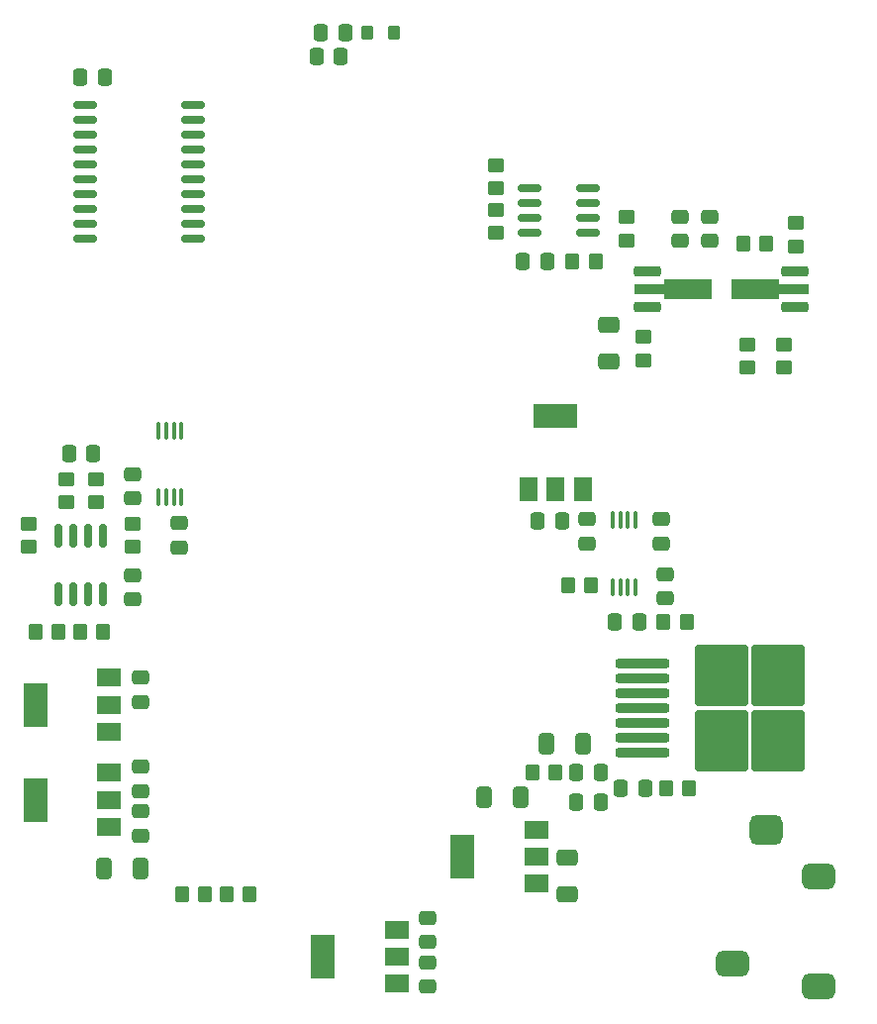
<source format=gtp>
G04 #@! TF.GenerationSoftware,KiCad,Pcbnew,7.0.8*
G04 #@! TF.CreationDate,2023-10-08T14:36:17-06:00*
G04 #@! TF.ProjectId,metal detector test,6d657461-6c20-4646-9574-6563746f7220,V2*
G04 #@! TF.SameCoordinates,Original*
G04 #@! TF.FileFunction,Paste,Top*
G04 #@! TF.FilePolarity,Positive*
%FSLAX46Y46*%
G04 Gerber Fmt 4.6, Leading zero omitted, Abs format (unit mm)*
G04 Created by KiCad (PCBNEW 7.0.8) date 2023-10-08 14:36:17*
%MOMM*%
%LPD*%
G01*
G04 APERTURE LIST*
G04 Aperture macros list*
%AMRoundRect*
0 Rectangle with rounded corners*
0 $1 Rounding radius*
0 $2 $3 $4 $5 $6 $7 $8 $9 X,Y pos of 4 corners*
0 Add a 4 corners polygon primitive as box body*
4,1,4,$2,$3,$4,$5,$6,$7,$8,$9,$2,$3,0*
0 Add four circle primitives for the rounded corners*
1,1,$1+$1,$2,$3*
1,1,$1+$1,$4,$5*
1,1,$1+$1,$6,$7*
1,1,$1+$1,$8,$9*
0 Add four rect primitives between the rounded corners*
20,1,$1+$1,$2,$3,$4,$5,0*
20,1,$1+$1,$4,$5,$6,$7,0*
20,1,$1+$1,$6,$7,$8,$9,0*
20,1,$1+$1,$8,$9,$2,$3,0*%
%AMFreePoly0*
4,1,9,5.362500,-0.866500,1.237500,-0.866500,1.237500,-0.450000,-1.237500,-0.450000,-1.237500,0.450000,1.237500,0.450000,1.237500,0.866500,5.362500,0.866500,5.362500,-0.866500,5.362500,-0.866500,$1*%
G04 Aperture macros list end*
%ADD10RoundRect,0.250000X0.337500X0.475000X-0.337500X0.475000X-0.337500X-0.475000X0.337500X-0.475000X0*%
%ADD11RoundRect,0.250000X0.350000X0.450000X-0.350000X0.450000X-0.350000X-0.450000X0.350000X-0.450000X0*%
%ADD12RoundRect,0.250000X-0.350000X-0.450000X0.350000X-0.450000X0.350000X0.450000X-0.350000X0.450000X0*%
%ADD13RoundRect,0.250000X0.475000X-0.337500X0.475000X0.337500X-0.475000X0.337500X-0.475000X-0.337500X0*%
%ADD14RoundRect,0.550000X0.850000X-0.550000X0.850000X0.550000X-0.850000X0.550000X-0.850000X-0.550000X0*%
%ADD15RoundRect,0.650000X0.750000X-0.650000X0.750000X0.650000X-0.750000X0.650000X-0.750000X-0.650000X0*%
%ADD16RoundRect,0.250000X0.450000X-0.350000X0.450000X0.350000X-0.450000X0.350000X-0.450000X-0.350000X0*%
%ADD17R,2.000000X1.500000*%
%ADD18R,2.000000X3.800000*%
%ADD19RoundRect,0.250000X-0.337500X-0.475000X0.337500X-0.475000X0.337500X0.475000X-0.337500X0.475000X0*%
%ADD20RoundRect,0.250000X0.412500X0.650000X-0.412500X0.650000X-0.412500X-0.650000X0.412500X-0.650000X0*%
%ADD21RoundRect,0.150000X-0.150000X0.825000X-0.150000X-0.825000X0.150000X-0.825000X0.150000X0.825000X0*%
%ADD22RoundRect,0.250000X0.650000X-0.412500X0.650000X0.412500X-0.650000X0.412500X-0.650000X-0.412500X0*%
%ADD23RoundRect,0.250000X-0.475000X0.337500X-0.475000X-0.337500X0.475000X-0.337500X0.475000X0.337500X0*%
%ADD24RoundRect,0.200000X-2.100000X-0.200000X2.100000X-0.200000X2.100000X0.200000X-2.100000X0.200000X0*%
%ADD25RoundRect,0.250000X-2.025000X-2.375000X2.025000X-2.375000X2.025000X2.375000X-2.025000X2.375000X0*%
%ADD26RoundRect,0.100000X0.100000X-0.637500X0.100000X0.637500X-0.100000X0.637500X-0.100000X-0.637500X0*%
%ADD27RoundRect,0.225000X-0.925000X-0.225000X0.925000X-0.225000X0.925000X0.225000X-0.925000X0.225000X0*%
%ADD28FreePoly0,0.000000*%
%ADD29R,1.500000X2.000000*%
%ADD30R,3.800000X2.000000*%
%ADD31RoundRect,0.250000X0.275000X0.350000X-0.275000X0.350000X-0.275000X-0.350000X0.275000X-0.350000X0*%
%ADD32RoundRect,0.100000X-0.100000X0.637500X-0.100000X-0.637500X0.100000X-0.637500X0.100000X0.637500X0*%
%ADD33RoundRect,0.150000X-0.875000X-0.150000X0.875000X-0.150000X0.875000X0.150000X-0.875000X0.150000X0*%
%ADD34RoundRect,0.250000X-0.450000X0.350000X-0.450000X-0.350000X0.450000X-0.350000X0.450000X0.350000X0*%
%ADD35RoundRect,0.150000X0.825000X0.150000X-0.825000X0.150000X-0.825000X-0.150000X0.825000X-0.150000X0*%
%ADD36RoundRect,0.225000X0.925000X0.225000X-0.925000X0.225000X-0.925000X-0.225000X0.925000X-0.225000X0*%
%ADD37FreePoly0,180.000000*%
G04 APERTURE END LIST*
D10*
X33125500Y-6858000D03*
X35200500Y-6858000D03*
D11*
X11090000Y-56075500D03*
X9090000Y-56075500D03*
D12*
X51578000Y-68072000D03*
X53578000Y-68072000D03*
D13*
X64262000Y-22627500D03*
X64262000Y-20552500D03*
D11*
X65008000Y-69454000D03*
X63008000Y-69454000D03*
D14*
X68678000Y-84409000D03*
X76078000Y-86409000D03*
X76078000Y-77009000D03*
D15*
X71628000Y-73009000D03*
D13*
X18075000Y-69686000D03*
X18075000Y-67611000D03*
D16*
X17440000Y-48820500D03*
X17440000Y-46820500D03*
D17*
X39980000Y-86120000D03*
X39980000Y-83820000D03*
D18*
X33680000Y-83820000D03*
D17*
X39980000Y-81520000D03*
D10*
X60727500Y-55230000D03*
X58652500Y-55230000D03*
D19*
X55350500Y-70612000D03*
X57425500Y-70612000D03*
D17*
X15383000Y-72726500D03*
X15383000Y-70426500D03*
D18*
X9083000Y-70426500D03*
D17*
X15383000Y-68126500D03*
D19*
X12932500Y-8636000D03*
X15007500Y-8636000D03*
D10*
X57425500Y-68072000D03*
X55350500Y-68072000D03*
D13*
X66802000Y-22627500D03*
X66802000Y-20552500D03*
D16*
X73152000Y-33497000D03*
X73152000Y-31497000D03*
D19*
X50778500Y-24384000D03*
X52853500Y-24384000D03*
D17*
X15383000Y-64598500D03*
X15383000Y-62298500D03*
D18*
X9083000Y-62298500D03*
D17*
X15383000Y-59998500D03*
D13*
X42672000Y-82571500D03*
X42672000Y-80496500D03*
D20*
X18113500Y-76268500D03*
X14988500Y-76268500D03*
D12*
X69612000Y-22860000D03*
X71612000Y-22860000D03*
D16*
X74168000Y-23098000D03*
X74168000Y-21098000D03*
D21*
X14900000Y-47885500D03*
X13630000Y-47885500D03*
X12360000Y-47885500D03*
X11090000Y-47885500D03*
X11090000Y-52835500D03*
X12360000Y-52835500D03*
X13630000Y-52835500D03*
X14900000Y-52835500D03*
D16*
X48514000Y-21971000D03*
X48514000Y-19971000D03*
D13*
X21377000Y-48858000D03*
X21377000Y-46783000D03*
D22*
X54610000Y-78524500D03*
X54610000Y-75399500D03*
D20*
X55918500Y-65644000D03*
X52793500Y-65644000D03*
D11*
X56626000Y-52070000D03*
X54626000Y-52070000D03*
D17*
X51918000Y-77596000D03*
X51918000Y-75296000D03*
D18*
X45618000Y-75296000D03*
D17*
X51918000Y-72996000D03*
D12*
X21606000Y-78486000D03*
X23606000Y-78486000D03*
D10*
X14032500Y-40835500D03*
X11957500Y-40835500D03*
D23*
X18075000Y-59991000D03*
X18075000Y-62066000D03*
D24*
X61027000Y-58786000D03*
X61027000Y-60056000D03*
X61027000Y-61326000D03*
X61027000Y-62596000D03*
D25*
X67752000Y-59821000D03*
X67752000Y-65371000D03*
X72602000Y-59821000D03*
X72602000Y-65371000D03*
D24*
X61027000Y-63866000D03*
X61027000Y-65136000D03*
X61027000Y-66406000D03*
D26*
X19640000Y-44587000D03*
X20290000Y-44587000D03*
X20940000Y-44587000D03*
X21590000Y-44587000D03*
X21590000Y-38862000D03*
X20940000Y-38862000D03*
X20290000Y-38862000D03*
X19640000Y-38862000D03*
D13*
X17440000Y-53303000D03*
X17440000Y-51228000D03*
D10*
X54123500Y-46594000D03*
X52048500Y-46594000D03*
D20*
X50584500Y-70216000D03*
X47459500Y-70216000D03*
D27*
X61477000Y-25282000D03*
D28*
X61564500Y-26782000D03*
D27*
X61477000Y-28282000D03*
D12*
X25416000Y-78486000D03*
X27416000Y-78486000D03*
D16*
X48514000Y-18161000D03*
X48514000Y-16161000D03*
D29*
X51294000Y-43902000D03*
X53594000Y-43902000D03*
D30*
X53594000Y-37602000D03*
D29*
X55894000Y-43902000D03*
D16*
X61087000Y-32862000D03*
X61087000Y-30862000D03*
X69977000Y-33497000D03*
X69977000Y-31497000D03*
D11*
X14900000Y-56075500D03*
X12900000Y-56075500D03*
D31*
X39758000Y-4826000D03*
X37458000Y-4826000D03*
D16*
X59690000Y-22590000D03*
X59690000Y-20590000D03*
D32*
X60411000Y-46525500D03*
X59761000Y-46525500D03*
X59111000Y-46525500D03*
X58461000Y-46525500D03*
X58461000Y-52250500D03*
X59111000Y-52250500D03*
X59761000Y-52250500D03*
X60411000Y-52250500D03*
D33*
X13306000Y-11049000D03*
X13306000Y-12319000D03*
X13306000Y-13589000D03*
X13306000Y-14859000D03*
X13306000Y-16129000D03*
X13306000Y-17399000D03*
X13306000Y-18669000D03*
X13306000Y-19939000D03*
X13306000Y-21209000D03*
X13306000Y-22479000D03*
X22606000Y-22479000D03*
X22606000Y-21209000D03*
X22606000Y-19939000D03*
X22606000Y-18669000D03*
X22606000Y-17399000D03*
X22606000Y-16129000D03*
X22606000Y-14859000D03*
X22606000Y-13589000D03*
X22606000Y-12319000D03*
X22606000Y-11049000D03*
D23*
X62611000Y-46445500D03*
X62611000Y-48520500D03*
D34*
X14265000Y-43010500D03*
X14265000Y-45010500D03*
D13*
X42672000Y-86381500D03*
X42672000Y-84306500D03*
D35*
X56323000Y-21971000D03*
X56323000Y-20701000D03*
X56323000Y-19431000D03*
X56323000Y-18161000D03*
X51373000Y-18161000D03*
X51373000Y-19431000D03*
X51373000Y-20701000D03*
X51373000Y-21971000D03*
D34*
X11725000Y-43010500D03*
X11725000Y-45010500D03*
D36*
X74032000Y-28282000D03*
D37*
X73944500Y-26782000D03*
D36*
X74032000Y-25282000D03*
D34*
X8550000Y-46820500D03*
X8550000Y-48820500D03*
D13*
X17440000Y-44667000D03*
X17440000Y-42592000D03*
D19*
X59160500Y-69454000D03*
X61235500Y-69454000D03*
D13*
X56261000Y-48520500D03*
X56261000Y-46445500D03*
D11*
X64791500Y-55230000D03*
X62791500Y-55230000D03*
D13*
X18075000Y-73496000D03*
X18075000Y-71421000D03*
D10*
X35581500Y-4826000D03*
X33506500Y-4826000D03*
D11*
X57028500Y-24384000D03*
X55028500Y-24384000D03*
D23*
X62992000Y-51144500D03*
X62992000Y-53219500D03*
D22*
X58166000Y-32916500D03*
X58166000Y-29791500D03*
M02*

</source>
